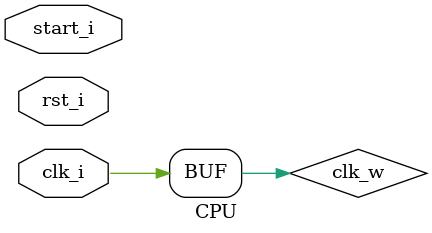
<source format=v>
module CPU
(
    clk_i,
    rst_i,
    start_i
);

// Ports
input               clk_i;
input               rst_i;
input               start_i;


wire    [31:0]      inst_addr, inst;
wire                clk_w;
// SP's section
wire                branch_flag, jump_flag, flush, IFIDWrite, PCWrite, HazardMUX_8;
wire    [1:0]       EX_M, EX_WB;
wire    [4:0]       EX_Rt;
wire    [31:0]      ID_addr, EX_extend, ID_rs, ID_rt, mux1Out, mux6ALU, mux4ALU;
wire                Eq_flag;
wire    [7:0]       MUX8_data;

// tree's section
wire                branch_flagT, memWrite, memRead;
wire    [1:0]       WB_memState, WB_WBState;
wire    [4:0]       MEM_mux3, WB_mux3, IERt, IERs, mux7Write;
wire    [7:0]       cm8;
// BOSS's section
wire    [31:0]      extended, MEM_ALUOut, Add_pc_o, MUX_5Out, MUX_7Out, JUMP_Addr, am1;

assign  clk_w = clk_i;
assign  JUMP_Addr[31:28] = mux1Out[31:28];
assign  Eq_flag = (ID_rs == ID_rt);
assign  branch_flag = branch_flagT & Eq_flag;
assign  flush = jump_flag | branch_flag;

Control Control(
    .data_in    (inst),
    .data_out   (cm8),
    .branch     (branch_flagT),
    .jump       (jump_flag)
);

Adder Add_PC(
    .data1_in   (inst_addr),
    .data2_in   (32'd4),
    .data_o     (Add_pc_o)
);

Adder ADD(
    .data1_in   (shiftLeft2_32.data_o),
    .data2_in   (ID_addr),
    .data_o     (am1)
);

shiftLeft2_32 shiftLeft2_32(
    .data_i    (extended),
    .data_o    (ADD.data1_in)
);

shiftLeft2_26 shiftLeft2_26(
    .data_i    (inst[25:0]),
    .data_o    (JUMP_Addr[27:0])
);

PC PC(
    .clk_i      (clk_w),
    .rst_i      (rst_i),
    .start_i    (start_i),
    .PCWrite_i  (PCWrite),
    .pc_i       (MUX_2.data_o),
    .pc_o       (inst_addr)
);

Instruction_Memory Instruction_Memory(
    .addr_i     (inst_addr), 
    .instr_o    (IF_ID.instr_i)
);

Registers Registers(
    .clk_i      (clk_i),
    .RSaddr_i   (inst[25:21]),
    .RTaddr_i   (inst[20:16]),
    .RDaddr_i   (WB_mux3), 
    .RDdata_i   (MUX_5Out),
    .RegWrite_i (WB_WBState[0]), 
    .RSdata_o   (ID_rs), 
    .RTdata_o   (ID_rt) 
);

MUX32 MUX_1(
    .data1_i    (Add_pc_o),
    .data2_i    (am1),
    .select_i   (branch_flag),
    .data_o     (mux1Out)
);

MUX32 MUX_2(
    .data1_i    (mux1Out),
    .data2_i    (JUMP_Addr),
    .select_i   (jump_flag),
    .data_o     (PC.pc_i)
);

MUX5 MUX_3(
    .data1_i    (ID_EX.instr1115_o),
    .data2_i    (EX_Rt),
    .select_i   (ID_EX.RegDst_o),
    .data_o     (EX_MEM.mux3_i)
);

MUX32 MUX_4(
    .data1_i    (EX_extend),   // 0
    .data2_i    (MUX_7Out),    // 1
    .select_i   (ID_EX.ALUSrc_o),
    .data_o     (mux4ALU)
);

MUX32 MUX_5(
    .data1_i    (MEM_WB.ReadData_o),
    .data2_i    (MEM_WB.immed_o),
    .select_i   (WB_WBState[0]),
    .data_o     (MUX_5Out)
);

MUX3 MUX_6(
    .data1_i    (ID_EX.RS_data_o), // 00
    .data2_i    (MUX_5Out),        // 01
    .data3_i    (MEM_ALUOut),      // 10
    .select_i   (ForwardingUnit.ForwardA_o),
    .data_o     (mux6ALU)
);

MUX3 MUX_7(
    .data1_i    (ID_EX.RT_data_o), // 00
    .data2_i    (MUX_5Out),        // 01
    .data3_i    (MEM_ALUOut),      // 10
    .select_i   (ForwardingUnit.ForwardB_o),
    .data_o     (MUX_7Out)
);

MUX8 MUX_8(
    .data1_i    (cm8),
    .data2_i    (8'b0),
    .select_i   (HazardMUX_8),
    .data_o     (MUX8_data)
);

Sign_Extend Sign_Extend(
    .data_i     (inst[15:0]),
    .data_o     (extended)
);
  
ALU ALU(
    .data1_i    (mux6ALU),        //上面那支
    .data2_i    (mux4ALU),        //下面那支
    .ALUCtrl_i  (ALU_Control.ALUCtrl_o),
    .data_o     (EX_MEM.ALUOut_i)
);

ALU_Control ALU_Control(
    .funct_i    (EX_extend[5:0]),
    .ALUOp_i    (ID_EX.ALUOp_o),
    .ALUCtrl_o  (ALU.ALUCtrl_i)
);

HazardDetection HazardDetection(
	.clk_i              (clk_i),
	.IDEX_MemRead_i     (EX_M[1]),
	.IDEX_RegisterRt_i  (EX_Rt),
	.instr_i            (inst),
	.PCWrite_o          (PCWrite),
	.IFIDWrite_o        (IFIDWrite),
	.MUX8_o             (HazardMUX_8)
);

IF_ID IF_ID(
	.clk_i          (clk_i),
	.addr_i         (Add_pc_o),
	.instr_i        (Instruction_Memory.instr_o),
	.IFIDWrite_i    (IFIDWrite),
	.flush_i        (flush),
	.addr_o         (ID_addr),
	.instr_o        (inst)
);

ID_EX ID_EX(
	.clk_i              (clk_i),
	.instr1115_i        (inst[15:11]),
	.instr1620_MUX_i    (inst[20:16]),
	.instr1620_FW_i     (inst[20:16]),
	.instr2125_i        (inst[25:21]),
	.sign_extend_i      (extended),
	.RS_data_i          (ID_rs),
	.RT_data_i          (ID_rt),
	.ctrl_WB_i          (MUX8_data[7:6]),
	.ctrl_M_i           (MUX8_data[5:4]),
	.ctrl_EX_i          (MUX8_data[3:0]),
	.instr1115_o        (MUX_3.data1_i),
	.instr1620_MUX_o    (EX_Rt),
	.instr1620_FW_o     (IERt),
	.instr2125_o        (IERs),
	.sign_extend_o      (EX_extend),
	.RS_data_o          (MUX_6.data1_i),
	.RT_data_o          (MUX_7.data1_i),
	.ctrl_WB_o          (EX_WB),
	.ctrl_M_o           (EX_M),
	.ALUSrc_o           (MUX_4.select_i),
	.ALUOp_o            (ALU_Control.ALUOp_i),
	.RegDst_o           (MUX_3.select_i)
);

EX_MEM EX_MEM(
    .clk_i       (clk_i),
	.WB_i        (EX_WB),
	.ALUOut_i    (ALU.data_o),
	.mux7_i      (MUX_7Out),
	.mux3_i      (MUX_3.data_o),
	.MEM_i       (EX_M),
	.WB_o        (WB_memState),
	.ALUOut_o    (MEM_ALUOut),        // connect MEM_ALUOut to mux6 , mux7 's input
	.mux7_o      (mux7Write),
	.mux3_o      (MEM_mux3),
	.MemRead_o   (memRead),
	.MemWrite_o  (memWrite)
);

MEM_WB MEM_WB(
    .clk_i       (clk_i),
	.WB_i        (WB_memState),
	.ReadData_i  (DataMemory.ReadData_o),
	.mux3_i      (MEM_mux3),
	.immed_i     (MEM_ALUOut),
	.WB_o        (WB_WBState),
	.ReadData_o  (MUX_5.data1_i),
	.mux3_o      (WB_mux3),	            // connect this to Forwarding Unit and xxx
	.immed_o     (MUX_5.data2_i)
);

DataMemory DataMemory(
    .memRead_i     (memRead),
    .memWrite_i    (memWrite),
    .ALUOut_i      (MEM_ALUOut),    // Address
    .WriteData_i   (mux7Write),              // 
    .ReadData_o    (MEM_WB.ReadData_i)    // 32bit
);

ForwardingUnit ForwardingUnit(
	.ID_EX_RegRs         (IERs),
	.ID_EX_RegRt         (IERt),
	.EX_MEM_regWrite_i   (WB_memState[1]),
	.EX_MEM_RegRd_i      (MEM_mux3),
	.MEM_WB_regWrite_i   (WB_WBState[1]),
	.MEM_WB_RegRd_i      (WB_mux3),
	.ForwardA_o          (MUX_6.select_i),
	.ForwardB_o          (MUX_7.select_i)
);

endmodule

</source>
